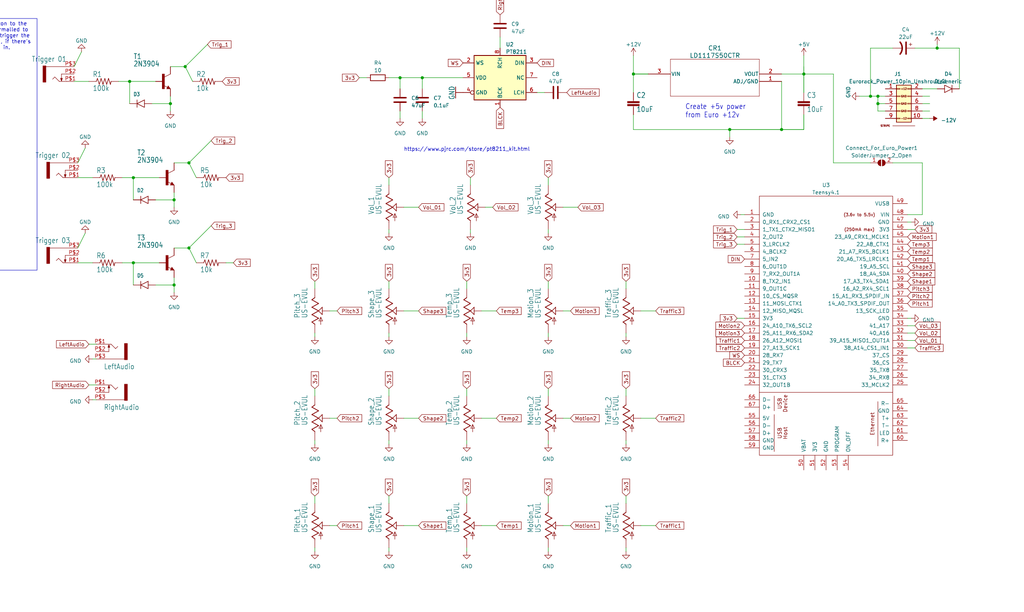
<source format=kicad_sch>
(kicad_sch (version 20230121) (generator eeschema)
  (paper "User" 351.104 210.007)
  (junction (at 59.69 68.58))
  (junction (at 58.42 35.56))
  (junction (at 64.77 85.09))
  (junction (at 275.59 25.4))
  (junction (at 59.69 97.79))
  (junction (at 300.99 33.02))
  (junction (at 250.19 44.45))
  (junction (at 321.31 16.51))
  (junction (at 44.45 27.94))
  (junction (at 64.77 55.88))
  (junction (at 267.97 44.45))
  (junction (at 45.72 60.96))
  (junction (at 298.45 33.02))
  (junction (at 137.16 26.67))
  (junction (at 217.17 25.4))
  (junction (at 63.5 22.86))
  (junction (at 45.72 90.17))
  (junction (at 300.99 35.56))
  (junction (at 144.78 26.67))
  (wire (pts (xy 107.95 189.23) (xy 107.95 187.96)) (stroke (width 0.1524)))
  (wire (pts (xy 63.5 22.86) (xy 66.04 27.94)) (stroke (width 0.1524)))
  (wire (pts (xy 144.78 26.67) (xy 137.16 26.67)))
  (wire (pts (xy 214.63 99.06) (xy 214.63 96.52)) (stroke (width 0.1524)))
  (wire (pts (xy 214.63 115.57) (xy 214.63 114.3)))
  (wire (pts (xy 275.59 25.4) (xy 267.97 25.4)))
  (wire (pts (xy 133.35 80.01) (xy 133.35 78.74)))
  (wire (pts (xy 328.93 16.51) (xy 321.31 16.51)) (stroke (width 0.1524)))
  (wire (pts (xy 252.73 81.28) (xy 255.27 81.28)))
  (wire (pts (xy 45.72 97.79) (xy 45.72 90.17)) (stroke (width 0.1524)))
  (wire (pts (xy 285.75 55.88) (xy 298.45 55.88)))
  (wire (pts (xy 187.96 114.3) (xy 187.96 115.57)) (stroke (width 0.1524)))
  (wire (pts (xy 300.99 33.02) (xy 303.53 33.02)) (stroke (width 0.1524)))
  (wire (pts (xy 275.59 25.4) (xy 275.59 22.86)))
  (wire (pts (xy 113.03 180.34) (xy 115.57 180.34)) (stroke (width 0.1524)))
  (wire (pts (xy 275.59 44.45) (xy 275.59 39.37)) (stroke (width 0.1524)))
  (wire (pts (xy 160.02 152.4) (xy 160.02 151.13)))
  (wire (pts (xy 58.42 35.56) (xy 52.07 35.56)) (stroke (width 0.1524)))
  (wire (pts (xy 59.69 68.58) (xy 59.69 71.12)) (stroke (width 0.1524)))
  (wire (pts (xy 133.35 172.72) (xy 133.35 170.18)) (stroke (width 0.1524)))
  (wire (pts (xy 160.02 96.52) (xy 160.02 99.06)) (stroke (width 0.1524)))
  (wire (pts (xy 321.31 16.51) (xy 313.69 16.51)) (stroke (width 0.1524)))
  (wire (pts (xy 275.59 31.75) (xy 275.59 25.4)))
  (wire (pts (xy 313.69 116.84) (xy 311.15 116.84)))
  (wire (pts (xy 161.29 78.74) (xy 161.29 80.01)) (stroke (width 0.1524)))
  (wire (pts (xy 30.48 132.08) (xy 33.02 132.08)))
  (wire (pts (xy 214.63 135.89) (xy 214.63 133.35)) (stroke (width 0.1524)))
  (wire (pts (xy 217.17 19.05) (xy 217.17 25.4)) (stroke (width 0.1524)))
  (wire (pts (xy 44.45 27.94) (xy 53.34 27.94)) (stroke (width 0.1524)))
  (wire (pts (xy 41.91 90.17) (xy 45.72 90.17)) (stroke (width 0.1524)))
  (wire (pts (xy 187.96 187.96) (xy 187.96 189.23)) (stroke (width 0.1524)))
  (wire (pts (xy 58.42 33.02) (xy 58.42 35.56)) (stroke (width 0.1524)))
  (wire (pts (xy 217.17 44.45) (xy 250.19 44.45)) (stroke (width 0.1524)))
  (wire (pts (xy 300.99 33.02) (xy 298.45 33.02)) (stroke (width 0.1524)))
  (wire (pts (xy 306.07 55.88) (xy 316.23 55.88)))
  (wire (pts (xy 31.75 137.16) (xy 33.02 137.16)))
  (wire (pts (xy 144.78 30.48) (xy 144.78 26.67)))
  (wire (pts (xy 45.72 68.58) (xy 45.72 60.96)) (stroke (width 0.1524)))
  (wire (pts (xy 222.25 25.4) (xy 217.17 25.4)))
  (wire (pts (xy 125.73 26.67) (xy 123.19 26.67)))
  (wire (pts (xy 193.04 180.34) (xy 195.58 180.34)) (stroke (width 0.1524)))
  (wire (pts (xy 133.35 114.3) (xy 133.35 115.57)) (stroke (width 0.1524)))
  (wire (pts (xy 160.02 133.35) (xy 160.02 135.89)) (stroke (width 0.1524)))
  (wire (pts (xy 250.19 44.45) (xy 250.19 46.99)) (stroke (width 0.1524)))
  (wire (pts (xy 138.43 143.51) (xy 143.51 143.51)) (stroke (width 0.1524)))
  (wire (pts (xy 80.01 90.17) (xy 77.47 90.17)))
  (wire (pts (xy 41.91 60.96) (xy 45.72 60.96)) (stroke (width 0.1524)))
  (wire (pts (xy 26.67 90.17) (xy 31.75 90.17)) (stroke (width 0.1524)))
  (wire (pts (xy 219.71 180.34) (xy 224.79 180.34)) (stroke (width 0.1524)))
  (wire (pts (xy 107.95 115.57) (xy 107.95 114.3)) (stroke (width 0.1524)))
  (wire (pts (xy 311.15 73.66) (xy 316.23 73.66)))
  (wire (pts (xy 252.73 109.22) (xy 255.27 109.22)))
  (wire (pts (xy 63.5 22.86) (xy 71.12 15.24)) (stroke (width 0.1524)))
  (wire (pts (xy 312.42 109.22) (xy 311.15 109.22)))
  (wire (pts (xy 26.67 60.96) (xy 31.75 60.96)) (stroke (width 0.1524)))
  (wire (pts (xy 187.96 80.01) (xy 187.96 78.74)))
  (wire (pts (xy 58.42 22.86) (xy 63.5 22.86)) (stroke (width 0.1524)))
  (wire (pts (xy 267.97 44.45) (xy 267.97 27.94)))
  (wire (pts (xy 184.15 31.75) (xy 186.69 31.75)))
  (wire (pts (xy 25.4 27.94) (xy 30.48 27.94)) (stroke (width 0.1524)))
  (wire (pts (xy 313.69 114.3) (xy 311.15 114.3)))
  (wire (pts (xy 275.59 19.05) (xy 275.59 25.4)) (stroke (width 0.1524)))
  (wire (pts (xy 59.69 68.58) (xy 53.34 68.58)) (stroke (width 0.1524)))
  (wire (pts (xy 250.19 44.45) (xy 267.97 44.45)) (stroke (width 0.1524)))
  (wire (pts (xy 58.42 35.56) (xy 58.42 38.1)) (stroke (width 0.1524)))
  (wire (pts (xy 107.95 96.52) (xy 107.95 99.06)) (stroke (width 0.1524)))
  (wire (pts (xy 113.03 143.51) (xy 115.57 143.51)) (stroke (width 0.1524)))
  (wire (pts (xy 214.63 189.23) (xy 214.63 187.96)))
  (wire (pts (xy 214.63 152.4) (xy 214.63 151.13)))
  (wire (pts (xy 30.48 118.11) (xy 33.02 118.11)))
  (wire (pts (xy 133.35 135.89) (xy 133.35 133.35)) (stroke (width 0.1524)))
  (wire (pts (xy 29.21 80.01) (xy 26.67 85.09)) (stroke (width 0.1524)))
  (wire (pts (xy 137.16 30.48) (xy 137.16 26.67)))
  (wire (pts (xy 187.96 133.35) (xy 187.96 135.89)) (stroke (width 0.1524)))
  (wire (pts (xy 219.71 106.68) (xy 224.79 106.68)) (stroke (width 0.1524)))
  (wire (pts (xy 285.75 25.4) (xy 285.75 55.88)))
  (wire (pts (xy 219.71 143.51) (xy 224.79 143.51)) (stroke (width 0.1524)))
  (wire (pts (xy 133.35 187.96) (xy 133.35 189.23)) (stroke (width 0.1524)))
  (wire (pts (xy 44.45 35.56) (xy 44.45 27.94)) (stroke (width 0.1524)))
  (wire (pts (xy 165.1 180.34) (xy 170.18 180.34)) (stroke (width 0.1524)))
  (wire (pts (xy 316.23 73.66) (xy 316.23 55.88)))
  (wire (pts (xy 275.59 25.4) (xy 285.75 25.4)))
  (wire (pts (xy 316.23 35.56) (xy 318.77 35.56)) (stroke (width 0.1524)))
  (wire (pts (xy 59.69 97.79) (xy 53.34 97.79)) (stroke (width 0.1524)))
  (wire (pts (xy 144.78 40.64) (xy 144.78 38.1)))
  (wire (pts (xy 31.75 123.19) (xy 33.02 123.19)))
  (wire (pts (xy 300.99 35.56) (xy 300.99 38.1)) (stroke (width 0.1524)))
  (wire (pts (xy 252.73 78.74) (xy 255.27 78.74)))
  (wire (pts (xy 254 73.66) (xy 255.27 73.66)))
  (wire (pts (xy 187.96 151.13) (xy 187.96 152.4)) (stroke (width 0.1524)))
  (wire (pts (xy 316.23 33.02) (xy 318.77 33.02)) (stroke (width 0.1524)))
  (wire (pts (xy 137.16 40.64) (xy 137.16 38.1)))
  (wire (pts (xy 275.59 44.45) (xy 275.59 39.37)))
  (wire (pts (xy 267.97 44.45) (xy 275.59 44.45)))
  (wire (pts (xy 113.03 106.68) (xy 115.57 106.68)) (stroke (width 0.1524)))
  (wire (pts (xy 27.94 17.78) (xy 25.4 22.86)) (stroke (width 0.1524)))
  (wire (pts (xy 64.77 85.09) (xy 72.39 77.47)) (stroke (width 0.1524)))
  (wire (pts (xy 222.25 25.4) (xy 217.17 25.4)) (stroke (width 0.1524)))
  (wire (pts (xy 312.42 76.2) (xy 311.15 76.2)))
  (wire (pts (xy 64.77 55.88) (xy 67.31 60.96)) (stroke (width 0.1524)))
  (wire (pts (xy 306.07 16.51) (xy 298.45 16.51)) (stroke (width 0.1524)))
  (wire (pts (xy 187.96 63.5) (xy 187.96 60.96)) (stroke (width 0.1524)))
  (wire (pts (xy 316.23 30.48) (xy 321.31 30.48)) (stroke (width 0.1524)))
  (wire (pts (xy 138.43 106.68) (xy 143.51 106.68)) (stroke (width 0.1524)))
  (wire (pts (xy 107.95 152.4) (xy 107.95 151.13)) (stroke (width 0.1524)))
  (wire (pts (xy 193.04 71.12) (xy 198.12 71.12)) (stroke (width 0.1524)))
  (wire (pts (xy 158.75 26.67) (xy 144.78 26.67)))
  (wire (pts (xy 328.93 30.48) (xy 328.93 16.51)) (stroke (width 0.1524)))
  (wire (pts (xy 300.99 38.1) (xy 303.53 38.1)) (stroke (width 0.1524)))
  (wire (pts (xy 300.99 35.56) (xy 300.99 33.02)) (stroke (width 0.1524)))
  (wire (pts (xy 321.31 15.24) (xy 321.31 16.51)))
  (wire (pts (xy 316.23 38.1) (xy 318.77 38.1)) (stroke (width 0.1524)))
  (wire (pts (xy 313.69 111.76) (xy 311.15 111.76)))
  (wire (pts (xy 187.96 170.18) (xy 187.96 172.72)) (stroke (width 0.1524)))
  (wire (pts (xy 267.97 44.45) (xy 275.59 44.45)) (stroke (width 0.1524)))
  (wire (pts (xy 161.29 60.96) (xy 161.29 63.5)) (stroke (width 0.1524)))
  (wire (pts (xy 45.72 60.96) (xy 54.61 60.96)) (stroke (width 0.1524)))
  (wire (pts (xy 193.04 106.68) (xy 195.58 106.68)) (stroke (width 0.1524)))
  (wire (pts (xy 252.73 83.82) (xy 255.27 83.82)))
  (wire (pts (xy 64.77 85.09) (xy 67.31 90.17)) (stroke (width 0.1524)))
  (wire (pts (xy 40.64 27.94) (xy 44.45 27.94)) (stroke (width 0.1524)))
  (wire (pts (xy 160.02 170.18) (xy 160.02 172.72)) (stroke (width 0.1524)))
  (wire (pts (xy 59.69 66.04) (xy 59.69 68.58)) (stroke (width 0.1524)))
  (wire (pts (xy 214.63 172.72) (xy 214.63 170.18)) (stroke (width 0.1524)))
  (wire (pts (xy 133.35 151.13) (xy 133.35 152.4)) (stroke (width 0.1524)))
  (wire (pts (xy 160.02 189.23) (xy 160.02 187.96)))
  (wire (pts (xy 300.99 35.56) (xy 303.53 35.56)) (stroke (width 0.1524)))
  (wire (pts (xy 298.45 33.02) (xy 294.64 33.02)) (stroke (width 0.1524)))
  (wire (pts (xy 165.1 143.51) (xy 170.18 143.51)) (stroke (width 0.1524)))
  (wire (pts (xy 133.35 60.96) (xy 133.35 63.5)) (stroke (width 0.1524)))
  (wire (pts (xy 59.69 85.09) (xy 64.77 85.09)) (stroke (width 0.1524)))
  (wire (pts (xy 187.96 96.52) (xy 187.96 99.06)) (stroke (width 0.1524)))
  (wire (pts (xy 138.43 180.34) (xy 143.51 180.34)) (stroke (width 0.1524)))
  (wire (pts (xy 217.17 25.4) (xy 217.17 31.75)) (stroke (width 0.1524)))
  (wire (pts (xy 217.17 39.37) (xy 217.17 44.45)) (stroke (width 0.1524)))
  (wire (pts (xy 160.02 115.57) (xy 160.02 114.3)))
  (wire (pts (xy 313.69 78.74) (xy 311.15 78.74)))
  (wire (pts (xy 59.69 97.79) (xy 59.69 100.33)) (stroke (width 0.1524)))
  (wire (pts (xy 250.19 44.45) (xy 267.97 44.45)))
  (wire (pts (xy 107.95 170.18) (xy 107.95 172.72)) (stroke (width 0.1524)))
  (wire (pts (xy 318.77 40.64) (xy 316.23 40.64)) (stroke (width 0.1524)))
  (wire (pts (xy 165.1 106.68) (xy 170.18 106.68)) (stroke (width 0.1524)))
  (wire (pts (xy 138.43 71.12) (xy 143.51 71.12)) (stroke (width 0.1524)))
  (wire (pts (xy 59.69 95.25) (xy 59.69 97.79)) (stroke (width 0.1524)))
  (wire (pts (xy 59.69 55.88) (xy 64.77 55.88)) (stroke (width 0.1524)))
  (wire (pts (xy 45.72 90.17) (xy 54.61 90.17)) (stroke (width 0.1524)))
  (wire (pts (xy 313.69 119.38) (xy 311.15 119.38)))
  (wire (pts (xy 137.16 26.67) (xy 133.35 26.67)))
  (wire (pts (xy 171.45 12.7) (xy 171.45 16.51)))
  (wire (pts (xy 193.04 143.51) (xy 195.58 143.51)) (stroke (width 0.1524)))
  (wire (pts (xy 29.21 50.8) (xy 26.67 55.88)) (stroke (width 0.1524)))
  (wire (pts (xy 275.59 25.4) (xy 275.59 31.75)) (stroke (width 0.1524)))
  (wire (pts (xy 107.95 133.35) (xy 107.95 135.89)) (stroke (width 0.1524)))
  (wire (pts (xy 133.35 99.06) (xy 133.35 96.52)) (stroke (width 0.1524)))
  (wire (pts (xy 64.77 55.88) (xy 72.39 48.26)) (stroke (width 0.1524)))
  (wire (pts (xy 298.45 16.51) (xy 298.45 33.02)) (stroke (width 0.1524)))
  (wire (pts (xy 166.37 71.12) (xy 168.91 71.12)) (stroke (width 0.1524)))
  (text_box "Try adding a button to the trigger inputs normalled to 3v3, so you can trigger the voice by pressing, if there's no cable patched in." (at -17.78 6.35 0) (size 30.48 86.36) (effects (font (size 1.27 1.27)) (justify left top)))
  (text "Create +5v power\nfrom Euro +12v" (at 234.95 40.64 0) (effects (font (size 1.778 1.5113)) (justify left bottom)))
  (text "https://www.pjrc.com/store/pt8211_kit.html" (at 138.43 52.07 0) (effects (font (size 1.27 1.27)) (justify left bottom)))
  (global_label "Pitch3" (shape input) (at 311.15 99.06 0) (property "Intersheetrefs" "${INTERSHEET_REFS}" (effects hide)))
  (global_label "Trig_2" (shape input) (at 252.73 81.28 180) (property "Intersheetrefs" "${INTERSHEET_REFS}" (effects hide)))
  (global_label "3v3" (shape input) (at 187.96 170.18 90) (property "Intersheetrefs" "${INTERSHEET_REFS}" (effects hide)))
  (global_label "3v3" (shape input) (at 160.02 170.18 90) (property "Intersheetrefs" "${INTERSHEET_REFS}" (effects hide)))
  (global_label "Trig_3" (shape input) (at 252.73 83.82 180) (property "Intersheetrefs" "${INTERSHEET_REFS}" (effects hide)))
  (global_label "Vol_01" (shape input) (at 313.69 116.84 0) (property "Intersheetrefs" "${INTERSHEET_REFS}" (effects hide)))
  (global_label "3v3" (shape input) (at 107.95 133.35 90) (property "Intersheetrefs" "${INTERSHEET_REFS}" (effects hide)))
  (global_label "Temp3" (shape input) (at 170.18 106.68 0) (property "Intersheetrefs" "${INTERSHEET_REFS}" (effects hide)))
  (global_label "Shape3" (shape input) (at 143.51 106.68 0) (property "Intersheetrefs" "${INTERSHEET_REFS}" (effects hide)))
  (global_label "Motion1" (shape input) (at 195.58 180.34 0) (property "Intersheetrefs" "${INTERSHEET_REFS}" (effects hide)))
  (global_label "Traffic1" (shape input) (at 255.27 116.84 180) (property "Intersheetrefs" "${INTERSHEET_REFS}" (effects hide)))
  (global_label "3v3" (shape input) (at 133.35 96.52 90) (property "Intersheetrefs" "${INTERSHEET_REFS}" (effects hide)))
  (global_label "3v3" (shape input) (at 80.01 90.17 0) (property "Intersheetrefs" "${INTERSHEET_REFS}" (effects hide)))
  (global_label "3v3" (shape input) (at 76.2 27.94 0) (property "Intersheetrefs" "${INTERSHEET_REFS}" (effects hide)))
  (global_label "Motion3" (shape input) (at 255.27 114.3 180) (property "Intersheetrefs" "${INTERSHEET_REFS}" (effects hide)))
  (global_label "Vol_03" (shape input) (at 198.12 71.12 0) (property "Intersheetrefs" "${INTERSHEET_REFS}" (effects hide)))
  (global_label "Trig_3" (shape input) (at 72.39 77.47 0) (property "Intersheetrefs" "${INTERSHEET_REFS}" (effects hide)))
  (global_label "Traffic3" (shape input) (at 313.69 119.38 0) (property "Intersheetrefs" "${INTERSHEET_REFS}" (effects hide)))
  (global_label "3v3" (shape input) (at 214.63 170.18 90) (property "Intersheetrefs" "${INTERSHEET_REFS}" (effects hide)))
  (global_label "Vol_01" (shape input) (at 143.51 71.12 0) (property "Intersheetrefs" "${INTERSHEET_REFS}" (effects hide)))
  (global_label "Vol_03" (shape input) (at 313.69 111.76 0) (property "Intersheetrefs" "${INTERSHEET_REFS}" (effects hide)))
  (global_label "Traffic1" (shape input) (at 224.79 180.34 0) (property "Intersheetrefs" "${INTERSHEET_REFS}" (effects hide)))
  (global_label "Pitch2" (shape input) (at 311.15 101.6 0) (property "Intersheetrefs" "${INTERSHEET_REFS}" (effects hide)))
  (global_label "3v3" (shape input) (at 187.96 60.96 90) (property "Intersheetrefs" "${INTERSHEET_REFS}" (effects hide)))
  (global_label "Shape1" (shape input) (at 143.51 180.34 0) (property "Intersheetrefs" "${INTERSHEET_REFS}" (effects hide)))
  (global_label "Motion1" (shape input) (at 311.15 81.28 0) (property "Intersheetrefs" "${INTERSHEET_REFS}" (effects hide)))
  (global_label "Traffic2" (shape input) (at 255.27 119.38 180) (property "Intersheetrefs" "${INTERSHEET_REFS}" (effects hide)))
  (global_label "Temp2" (shape input) (at 311.15 86.36 0) (property "Intersheetrefs" "${INTERSHEET_REFS}" (effects hide)))
  (global_label "Trig_1" (shape input) (at 71.12 15.24 0) (property "Intersheetrefs" "${INTERSHEET_REFS}" (effects hide)))
  (global_label "Shape2" (shape input) (at 311.15 93.98 0) (property "Intersheetrefs" "${INTERSHEET_REFS}" (effects hide)))
  (global_label "LeftAudio" (shape input) (at 30.48 118.11 180) (property "Intersheetrefs" "${INTERSHEET_REFS}" (effects hide)))
  (global_label "Vol_02" (shape input) (at 168.91 71.12 0) (property "Intersheetrefs" "${INTERSHEET_REFS}" (effects hide)))
  (global_label "Pitch1" (shape input) (at 311.15 104.14 0) (property "Intersheetrefs" "${INTERSHEET_REFS}" (effects hide)))
  (global_label "3v3" (shape input) (at 161.29 60.96 90) (property "Intersheetrefs" "${INTERSHEET_REFS}" (effects hide)))
  (global_label "Motion2" (shape input) (at 255.27 111.76 180) (property "Intersheetrefs" "${INTERSHEET_REFS}" (effects hide)))
  (global_label "Pitch2" (shape input) (at 115.57 143.51 0) (property "Intersheetrefs" "${INTERSHEET_REFS}" (effects hide)))
  (global_label "3v3" (shape input) (at 107.95 170.18 90) (property "Intersheetrefs" "${INTERSHEET_REFS}" (effects hide)))
  (global_label "3v3" (shape input) (at 214.63 96.52 90) (property "Intersheetrefs" "${INTERSHEET_REFS}" (effects hide)))
  (global_label "RightAudio" (shape input) (at 30.48 132.08 180) (property "Intersheetrefs" "${INTERSHEET_REFS}" (effects hide)))
  (global_label "BLCK" (shape input) (at 255.27 124.46 180) (property "Intersheetrefs" "${INTERSHEET_REFS}" (effects hide)))
  (global_label "DIN" (shape input) (at 255.27 88.9 180) (property "Intersheetrefs" "${INTERSHEET_REFS}" (effects hide)))
  (global_label "Temp1" (shape input) (at 170.18 180.34 0) (property "Intersheetrefs" "${INTERSHEET_REFS}" (effects hide)))
  (global_label "3v3" (shape input) (at 123.19 26.67 180) (property "Intersheetrefs" "${INTERSHEET_REFS}" (effects hide)))
  (global_label "Trig_2" (shape input) (at 72.39 48.26 0) (property "Intersheetrefs" "${INTERSHEET_REFS}" (effects hide)))
  (global_label "3v3" (shape input) (at 133.35 133.35 90) (property "Intersheetrefs" "${INTERSHEET_REFS}" (effects hide)))
  (global_label "Trig_1" (shape input) (at 252.73 78.74 180) (property "Intersheetrefs" "${INTERSHEET_REFS}" (effects hide)))
  (global_label "WS" (shape input) (at 255.27 121.92 180) (property "Intersheetrefs" "${INTERSHEET_REFS}" (effects hide)))
  (global_label "Traffic3" (shape input) (at 224.79 106.68 0) (property "Intersheetrefs" "${INTERSHEET_REFS}" (effects hide)))
  (global_label "3v3" (shape input) (at 77.47 60.96 0) (property "Intersheetrefs" "${INTERSHEET_REFS}" (effects hide)))
  (global_label "3v3" (shape input) (at 252.73 109.22 180) (property "Intersheetrefs" "${INTERSHEET_REFS}" (effects hide)))
  (global_label "Shape2" (shape input) (at 143.51 143.51 0) (property "Intersheetrefs" "${INTERSHEET_REFS}" (effects hide)))
  (global_label "BLCK" (shape input) (at 171.45 36.83 270) (property "Intersheetrefs" "${INTERSHEET_REFS}" (effects hide)))
  (global_label "3v3" (shape input) (at 214.63 133.35 90) (property "Intersheetrefs" "${INTERSHEET_REFS}" (effects hide)))
  (global_label "3v3" (shape input) (at 160.02 133.35 90) (property "Intersheetrefs" "${INTERSHEET_REFS}" (effects hide)))
  (global_label "Pitch1" (shape input) (at 115.57 180.34 0) (property "Intersheetrefs" "${INTERSHEET_REFS}" (effects hide)))
  (global_label "Shape1" (shape input) (at 311.15 96.52 0) (property "Intersheetrefs" "${INTERSHEET_REFS}" (effects hide)))
  (global_label "Motion2" (shape input) (at 195.58 143.51 0) (property "Intersheetrefs" "${INTERSHEET_REFS}" (effects hide)))
  (global_label "Traffic2" (shape input) (at 224.79 143.51 0) (property "Intersheetrefs" "${INTERSHEET_REFS}" (effects hide)))
  (global_label "3v3" (shape input) (at 187.96 96.52 90) (property "Intersheetrefs" "${INTERSHEET_REFS}" (effects hide)))
  (global_label "Motion3" (shape input) (at 195.58 106.68 0) (property "Intersheetrefs" "${INTERSHEET_REFS}" (effects hide)))
  (global_label "Shape3" (shape input) (at 311.15 91.44 0) (property "Intersheetrefs" "${INTERSHEET_REFS}" (effects hide)))
  (global_label "3v3" (shape input) (at 133.35 60.96 90) (property "Intersheetrefs" "${INTERSHEET_REFS}" (effects hide)))
  (global_label "WS" (shape input) (at 158.75 21.59 180) (property "Intersheetrefs" "${INTERSHEET_REFS}" (effects hide)))
  (global_label "3v3" (shape input) (at 107.95 96.52 90) (property "Intersheetrefs" "${INTERSHEET_REFS}" (effects hide)))
  (global_label "RightAudio" (shape input) (at 171.45 5.08 90) (property "Intersheetrefs" "${INTERSHEET_REFS}" (effects hide)))
  (global_label "3v3" (shape input) (at 313.69 78.74 0) (property "Intersheetrefs" "${INTERSHEET_REFS}" (effects hide)))
  (global_label "Temp3" (shape input) (at 311.15 83.82 0) (property "Intersheetrefs" "${INTERSHEET_REFS}" (effects hide)))
  (global_label "Temp1" (shape input) (at 311.15 88.9 0) (property "Intersheetrefs" "${INTERSHEET_REFS}" (effects hide)))
  (global_label "3v3" (shape input) (at 133.35 170.18 90) (property "Intersheetrefs" "${INTERSHEET_REFS}" (effects hide)))
  (global_label "LeftAudio" (shape input) (at 194.31 31.75 0) (property "Intersheetrefs" "${INTERSHEET_REFS}" (effects hide)))
  (global_label "Vol_02" (shape input) (at 313.69 114.3 0) (property "Intersheetrefs" "${INTERSHEET_REFS}" (effects hide)))
  (global_label "3v3" (shape input) (at 187.96 133.35 90) (property "Intersheetrefs" "${INTERSHEET_REFS}" (effects hide)))
  (global_label "3v3" (shape input) (at 160.02 96.52 90) (property "Intersheetrefs" "${INTERSHEET_REFS}" (effects hide)))
  (global_label "Pitch3" (shape input) (at 115.57 106.68 0) (property "Intersheetrefs" "${INTERSHEET_REFS}" (effects hide)))
  (global_label "DIN" (shape input) (at 184.15 21.59 0) (property "Intersheetrefs" "${INTERSHEET_REFS}" (effects hide)))
  (global_label "Temp2" (shape input) (at 170.18 143.51 0) (property "Intersheetrefs" "${INTERSHEET_REFS}" (effects hide)))
  (symbol (lib_id "A2 Drums-eagle-import:US-EVUL") (at 187.96 143.51 0) (unit 1)
    (property "Reference" "Motion_2" (at 182.88 146.05 90) (effects (font (size 1.778 1.5113)) (justify left bottom)))
    (property "Value" "US-EVUL" (at 185.42 146.05 90) (effects (font (size 1.778 1.5113)) (justify left bottom)))
    (property "Footprint" "A2 Drums:EVUFXL" (effects hide))
  )
  (symbol (lib_id "A2 Drums-eagle-import:US-EVUL") (at 214.63 143.51 0) (unit 1)
    (property "Reference" "Traffic_2" (at 209.55 146.05 90) (effects (font (size 1.778 1.5113)) (justify left bottom)))
    (property "Value" "US-EVUL" (at 212.09 146.05 90) (effects (font (size 1.778 1.5113)) (justify left bottom)))
    (property "Footprint" "A2 Drums:EVUFXL" (effects hide))
  )
  (symbol (lib_id "Device:C") (at 190.5 31.75 90) (unit 1)
    (property "Reference" "C8" (at 190.5 25.4 90))
    (property "Value" "47uF" (at 190.5 27.94 90))
    (property "Footprint" "Capacitor_THT:C_Axial_L5.1mm_D3.1mm_P7.50mm_Horizontal" (effects hide))
  )
  (symbol (lib_id "power:GND") (at 133.35 115.57 0) (unit 1)
    (property "Reference" "#PWR024" (effects hide))
    (property "Value" "GND" (at 133.35 120.65 0))
  )
  (symbol (lib_id "A2 Drums-eagle-import:US-EVUL") (at 133.35 106.68 0) (unit 1)
    (property "Reference" "Shape_3" (at 128.27 109.22 90) (effects (font (size 1.778 1.5113)) (justify left bottom)))
    (property "Value" "US-EVUL" (at 130.81 109.22 90) (effects (font (size 1.778 1.5113)) (justify left bottom)))
    (property "Footprint" "A2 Drums:EVUFXL" (effects hide))
  )
  (symbol (lib_id "A2 Drums-eagle-import:R-US_R0805") (at 72.39 60.96 0) (unit 1)
    (property "Reference" "R5" (at 68.58 59.4614 0) (effects (font (size 1.778 1.5113)) (justify left bottom)))
    (property "Value" "10k" (at 68.58 64.262 0) (effects (font (size 1.778 1.5113)) (justify left bottom)))
    (property "Footprint" "PCM_4ms_Resistor:R_Axial_DIN0207_L6.3mm_D2.5mm_P7.62mm_Horizontal" (effects hide))
  )
  (symbol (lib_id "power:GND") (at 107.95 189.23 0) (unit 1)
    (property "Reference" "#PWR035" (effects hide))
    (property "Value" "GND" (at 107.95 194.31 0))
  )
  (symbol (lib_id "A2 Drums-eagle-import:US-EVUL") (at 214.63 106.68 0) (unit 1)
    (property "Reference" "Traffic_3" (at 209.55 109.22 90) (effects (font (size 1.778 1.5113)) (justify left bottom)))
    (property "Value" "US-EVUL" (at 212.09 109.22 90) (effects (font (size 1.778 1.5113)) (justify left bottom)))
    (property "Footprint" "A2 Drums:EVUFXL" (effects hide))
  )
  (symbol (lib_id "power:GND") (at 133.35 189.23 0) (unit 1)
    (property "Reference" "#PWR034" (effects hide))
    (property "Value" "GND" (at 133.35 194.31 0))
  )
  (symbol (lib_id "Jumper:SolderJumper_2_Open") (at 302.26 55.88 0) (unit 1)
    (property "Reference" "Connect_For_Euro_Power1" (at 302.26 50.8 0))
    (property "Value" "SolderJumper_2_Open" (at 302.26 53.34 0))
    (property "Footprint" "PCM_4ms_SolderJumper:JUMPER_SMD_1x2" (effects hide))
  )
  (symbol (lib_id "power:+12V") (at 321.31 15.24 0) (unit 1)
    (property "Reference" "#PWR03" (effects hide))
    (property "Value" "+12V" (at 321.31 11.43 0))
  )
  (symbol (lib_id "Device:C_Polarized_US") (at 309.88 16.51 270) (unit 1)
    (property "Reference" "C4" (at 310.515 10.16 90))
    (property "Value" "22uF" (at 310.515 12.7 90))
    (property "Footprint" "Capacitor_THT:CP_Radial_D5.0mm_P2.50mm" (effects hide))
  )
  (symbol (lib_id "Simple Euclidean PCB v4-eagle-import:C5/2.5") (at 275.59 34.29 0) (unit 1)
    (property "Reference" "C3" (at 276.606 33.655 0) (effects (font (size 1.778 1.5113)) (justify left bottom)))
    (property "Value" "10uF" (at 276.606 38.481 0) (effects (font (size 1.778 1.5113)) (justify left bottom)))
    (property "Footprint" "Capacitor_THT:C_Disc_D4.3mm_W1.9mm_P5.00mm" (effects hide))
  )
  (symbol (lib_id "power:+12V") (at 217.17 19.05 0) (unit 1)
    (property "Reference" "#PWR04" (effects hide))
    (property "Value" "+12V" (at 217.17 15.24 0))
  )
  (symbol (lib_id "power:GND") (at 107.95 152.4 0) (unit 1)
    (property "Reference" "#PWR026" (effects hide))
    (property "Value" "GND" (at 107.95 157.48 0))
  )
  (symbol (lib_id "Simple Euclidean PCB v4-eagle-import:C5/2.5") (at 217.17 34.29 0) (unit 1)
    (property "Reference" "C2" (at 218.186 33.655 0) (effects (font (size 1.778 1.5113)) (justify left bottom)))
    (property "Value" "10uF" (at 218.186 38.481 0) (effects (font (size 1.778 1.5113)) (justify left bottom)))
    (property "Footprint" "Capacitor_THT:C_Disc_D4.3mm_W1.9mm_P5.00mm" (effects hide))
  )
  (symbol (lib_id "A2 Drums-eagle-import:R-US_R0805") (at 35.56 27.94 0) (unit 1)
    (property "Reference" "R1" (at 31.75 26.4414 0) (effects (font (size 1.778 1.5113)) (justify left bottom)))
    (property "Value" "100k" (at 31.75 31.242 0) (effects (font (size 1.778 1.5113)) (justify left bottom)))
    (property "Footprint" "PCM_4ms_Resistor:R_Axial_DIN0207_L6.3mm_D2.5mm_P7.62mm_Horizontal" (effects hide))
  )
  (symbol (lib_id "A2 Drums-eagle-import:WQP-PJ301M-12_JACK") (at 21.59 87.63 180) (unit 1)
    (property "Reference" "TRIG3" (effects hide))
    (property "Value" "Trigger 03" (at 24.13 81.534 0) (effects (font (size 1.778 1.5113)) (justify left bottom)))
    (property "Footprint" "A2 Drums:WQP-PJ301M-12_JACK" (effects hide))
  )
  (symbol (lib_id "power:GND") (at 137.16 40.64 0) (unit 1)
    (property "Reference" "#PWR012" (effects hide))
    (property "Value" "GND" (at 137.16 45.72 0))
  )
  (symbol (lib_id "A2 Drums-eagle-import:US-EVUL") (at 133.35 143.51 0) (unit 1)
    (property "Reference" "Shape_2" (at 128.27 146.05 90) (effects (font (size 1.778 1.5113)) (justify left bottom)))
    (property "Value" "US-EVUL" (at 130.81 146.05 90) (effects (font (size 1.778 1.5113)) (justify left bottom)))
    (property "Footprint" "A2 Drums:EVUFXL" (effects hide))
  )
  (symbol (lib_id "Device:C") (at 144.78 34.29 0) (unit 1)
    (property "Reference" "C7" (at 148.59 33.655 0) (effects (justify left)))
    (property "Value" "0.1uF" (at 148.59 36.195 0) (effects (justify left)))
    (property "Footprint" "Capacitor_THT:C_Axial_L5.1mm_D3.1mm_P7.50mm_Horizontal" (effects hide))
  )
  (symbol (lib_id "Device:C") (at 171.45 8.89 180) (unit 1)
    (property "Reference" "C9" (at 175.26 8.255 0) (effects (justify right)))
    (property "Value" "47uF" (at 175.26 10.795 0) (effects (justify right)))
    (property "Footprint" "Capacitor_THT:C_Axial_L5.1mm_D3.1mm_P7.50mm_Horizontal" (effects hide))
  )
  (symbol (lib_id "power:GND") (at 59.69 71.12 0) (unit 1)
    (property "Reference" "#PWR014" (effects hide))
    (property "Value" "GND" (at 59.69 76.2 0))
  )
  (symbol (lib_id "power:GND") (at 107.95 115.57 0) (unit 1)
    (property "Reference" "#PWR025" (effects hide))
    (property "Value" "GND" (at 107.95 120.65 0))
  )
  (symbol (lib_id "PCM_4ms_Diode:D_Generic") (at 49.53 97.79 0) (unit 1)
    (property "Reference" "D5" (at 46.99 95.25 0) (effects (font (size 1.27 1.0795)) (justify left bottom)))
    (property "Value" "DIODESOD-123" (effects hide))
    (property "Footprint" "PCM_4ms_Diode:D_DO-35_P7.62mm_Horizontal" (effects hide))
  )
  (symbol (lib_id "PCM_4ms_Diode:D_Generic") (at 49.53 68.58 0) (unit 1)
    (property "Reference" "D2" (at 46.99 66.04 0) (effects (font (size 1.27 1.0795)) (justify left bottom)))
    (property "Value" "DIODESOD-123" (effects hide))
    (property "Footprint" "PCM_4ms_Diode:D_DO-35_P7.62mm_Horizontal" (effects hide))
  )
  (symbol (lib_id "power:+5V") (at 275.59 19.05 0) (unit 1)
    (property "Reference" "#PWR01" (effects hide))
    (property "Value" "+5V" (at 275.59 15.24 0))
  )
  (symbol (lib_id "Device:C") (at 137.16 34.29 0) (unit 1)
    (property "Reference" "C6" (at 140.97 33.655 0) (effects (justify left)))
    (property "Value" "47uF" (at 140.97 36.195 0) (effects (justify left)))
    (property "Footprint" "Capacitor_THT:C_Axial_L5.1mm_D3.1mm_P7.50mm_Horizontal" (effects hide))
  )
  (symbol (lib_id "power:GND") (at 29.21 80.01 180) (unit 1)
    (property "Reference" "#PWR037" (effects hide))
    (property "Value" "GND" (at 29.21 76.2 0))
  )
  (symbol (lib_id "power:GND") (at 214.63 189.23 0) (unit 1)
    (property "Reference" "#PWR031" (effects hide))
    (property "Value" "GND" (at 214.63 194.31 0))
  )
  (symbol (lib_id "power:GND") (at 312.42 109.22 90) (unit 1)
    (property "Reference" "#PWR010" (effects hide))
    (property "Value" "GND" (at 316.23 109.855 90) (effects (justify right)))
  )
  (symbol (lib_id "A2 Drums-eagle-import:GND") (at 156.21 31.75 270) (unit 1)
    (property "Reference" "#GND05" (effects hide))
    (property "Value" "GND" (at 154.94 34.29 0) (effects (font (size 1.778 1.5113)) (justify right)))
  )
  (symbol (lib_id "A2 Drums-eagle-import:US-EVUL") (at 214.63 180.34 0) (unit 1)
    (property "Reference" "Traffic_1" (at 209.55 182.88 90) (effects (font (size 1.778 1.5113)) (justify left bottom)))
    (property "Value" "US-EVUL" (at 212.09 182.88 90) (effects (font (size 1.778 1.5113)) (justify left bottom)))
    (property "Footprint" "A2 Drums:EVUFXL" (effects hide))
  )
  (symbol (lib_id "power:GND") (at 31.75 137.16 270) (unit 1)
    (property "Reference" "#PWR017" (effects hide))
    (property "Value" "GND" (at 27.94 137.795 90) (effects (justify right)))
  )
  (symbol (lib_id "power:GND") (at 187.96 80.01 0) (unit 1)
    (property "Reference" "#PWR020" (effects hide))
    (property "Value" "GND" (at 187.96 85.09 0))
  )
  (symbol (lib_id "power:GND") (at 31.75 123.19 270) (unit 1)
    (property "Reference" "#PWR016" (effects hide))
    (property "Value" "GND" (at 27.94 123.825 90) (effects (justify right)))
  )
  (symbol (lib_id "PCM_4ms_Connector:Eurorack_Power_10pin_Unshrouded") (at 309.88 31.75 0) (unit 1)
    (property "Reference" "J1" (at 307.7832 25.4 0))
    (property "Value" "Eurorack_Power_10pin_Unshrouded" (at 307.7832 27.94 0))
    (property "Footprint" "PCM_4ms_Connector:Pins_2x05_2.54mm_TH_Europower" (effects hide))
    (property "Specifications" "HEADER 2x5 MALE PINS 0.100” 180deg" (effects hide))
    (property "Manufacturer" "TAD" (effects hide))
    (property "Part Number" "1-1002FBV0T" (effects hide))
  )
  (symbol (lib_id "A2 Drums-eagle-import:WQP-PJ301M-12_JACK") (at 21.59 58.42 180) (unit 1)
    (property "Reference" "TRIG2" (effects hide))
    (property "Value" "Trigger 02" (at 24.13 52.324 0) (effects (font (size 1.778 1.5113)) (justify left bottom)))
    (property "Footprint" "A2 Drums:WQP-PJ301M-12_JACK" (effects hide))
  )
  (symbol (lib_id "PCM_4ms_Diode:D_Generic") (at 48.26 35.56 0) (unit 1)
    (property "Reference" "D3" (at 45.72 33.02 0) (effects (font (size 1.27 1.0795)) (justify left bottom)))
    (property "Value" "DIODESOD-123" (effects hide))
    (property "Footprint" "PCM_4ms_Diode:D_DO-35_P7.62mm_Horizontal" (effects hide))
  )
  (symbol (lib_id "Timer:TLC555xPS") (at 171.45 26.67 0) (unit 1)
    (property "Reference" "U2" (at 173.4059 15.24 0) (effects (justify left)))
    (property "Value" "PT8211" (at 173.4059 17.78 0) (effects (justify left)))
    (property "Footprint" "Package_SO:VSSOP-8_3.0x3.0mm_P0.65mm" (effects hide))
    (property "Datasheet" "http://www.ti.com/lit/ds/symlink/tlc555.pdf" (effects hide))
  )
  (symbol (lib_id "A2 Drums-eagle-import:US-EVUL") (at 133.35 180.34 0) (unit 1)
    (property "Reference" "Shape_1" (at 128.27 182.88 90) (effects (font (size 1.778 1.5113)) (justify left bottom)))
    (property "Value" "US-EVUL" (at 130.81 182.88 90) (effects (font (size 1.778 1.5113)) (justify left bottom)))
    (property "Footprint" "A2 Drums:EVUFXL" (effects hide))
  )
  (symbol (lib_id "A2 Drums-eagle-import:US-EVUL") (at 160.02 106.68 0) (unit 1)
    (property "Reference" "Temp_3" (at 154.94 109.22 90) (effects (font (size 1.778 1.5113)) (justify left bottom)))
    (property "Value" "US-EVUL" (at 157.48 109.22 90) (effects (font (size 1.778 1.5113)) (justify left bottom)))
    (property "Footprint" "A2 Drums:EVUFXL" (effects hide))
  )
  (symbol (lib_id "power:GND") (at 254 73.66 270) (unit 1)
    (property "Reference" "#PWR08" (effects hide))
    (property "Value" "GND" (at 250.19 74.295 90) (effects (justify right)))
  )
  (symbol (lib_id "A2 Drums-eagle-import:2N3904") (at 57.15 60.96 0) (unit 1)
    (property "Reference" "T2" (at 46.99 53.34 0) (effects (font (size 1.778 1.5113)) (justify left bottom)))
    (property "Value" "2N3904" (at 46.99 55.88 0) (effects (font (size 1.778 1.5113)) (justify left bottom)))
    (property "Footprint" "A2 Drums:TO92" (effects hide))
  )
  (symbol (lib_id "power:GND") (at 144.78 40.64 0) (unit 1)
    (property "Reference" "#PWR011" (effects hide))
    (property "Value" "GND" (at 144.78 45.72 0))
  )
  (symbol (lib_id "A2 Drums-eagle-import:WQP-PJ301M-12_JACK") (at 38.1 120.65 0) (unit 1)
    (property "Reference" "LeftAudio1" (effects hide))
    (property "Value" "LeftAudio" (at 35.56 126.746 0) (effects (font (size 1.778 1.5113)) (justify left bottom)))
    (property "Footprint" "A2 Drums:WQP-PJ301M-12_JACK" (effects hide))
  )
  (symbol (lib_id "A2 Drums-eagle-import:R-US_R0805") (at 36.83 60.96 0) (unit 1)
    (property "Reference" "R3" (at 33.02 59.4614 0) (effects (font (size 1.778 1.5113)) (justify left bottom)))
    (property "Value" "100k" (at 33.02 64.262 0) (effects (font (size 1.778 1.5113)) (justify left bottom)))
    (property "Footprint" "PCM_4ms_Resistor:R_Axial_DIN0207_L6.3mm_D2.5mm_P7.62mm_Horizontal" (effects hide))
  )
  (symbol (lib_id "A2 Drums-eagle-import:US-EVUL") (at 187.96 71.12 0) (unit 1)
    (property "Reference" "Vol_3" (at 182.88 73.66 90) (effects (font (size 1.778 1.5113)) (justify left bottom)))
    (property "Value" "US-EVUL" (at 185.42 73.66 90) (effects (font (size 1.778 1.5113)) (justify left bottom)))
    (property "Footprint" "A2 Drums:EVUFXL" (effects hide))
  )
  (symbol (lib_id "power:GND") (at 160.02 152.4 0) (unit 1)
    (property "Reference" "#PWR028" (effects hide))
    (property "Value" "GND" (at 160.02 157.48 0))
  )
  (symbol (lib_id "power:GND") (at 161.29 80.01 0) (unit 1)
    (property "Reference" "#PWR019" (effects hide))
    (property "Value" "GND" (at 161.29 85.09 0))
  )
  (symbol (lib_id "A2 Drums-eagle-import:US-EVUL") (at 160.02 180.34 0) (unit 1)
    (property "Reference" "Temp_1" (at 154.94 182.88 90) (effects (font (size 1.778 1.5113)) (justify left bottom)))
    (property "Value" "US-EVUL" (at 157.48 182.88 90) (effects (font (size 1.778 1.5113)) (justify left bottom)))
    (property "Footprint" "A2 Drums:EVUFXL" (effects hide))
  )
  (symbol (lib_id "A2 Drums-eagle-import:US-EVUL") (at 160.02 143.51 0) (unit 1)
    (property "Reference" "Temp_2" (at 154.94 146.05 90) (effects (font (size 1.778 1.5113)) (justify left bottom)))
    (property "Value" "US-EVUL" (at 157.48 146.05 90) (effects (font (size 1.778 1.5113)) (justify left bottom)))
    (property "Footprint" "A2 Drums:EVUFXL" (effects hide))
  )
  (symbol (lib_id "power:GND") (at 133.35 152.4 0) (unit 1)
    (property "Reference" "#PWR027" (effects hide))
    (property "Value" "GND" (at 133.35 157.48 0))
  )
  (symbol (lib_id "A2 Drums-eagle-import:2N3904") (at 55.88 27.94 0) (unit 1)
    (property "Reference" "T1" (at 45.72 20.32 0) (effects (font (size 1.778 1.5113)) (justify left bottom)))
    (property "Value" "2N3904" (at 45.72 22.86 0) (effects (font (size 1.778 1.5113)) (justify left bottom)))
    (property "Footprint" "A2 Drums:TO92" (effects hide))
  )
  (symbol (lib_id "A2 Drums-eagle-import:US-EVUL") (at 133.35 71.12 0) (unit 1)
    (property "Reference" "Vol_1" (at 128.27 73.66 90) (effects (font (size 1.778 1.5113)) (justify left bottom)))
    (property "Value" "US-EVUL" (at 130.81 73.66 90) (effects (font (size 1.778 1.5113)) (justify left bottom)))
    (property "Footprint" "A2 Drums:EVUFXL" (effects hide))
  )
  (symbol (lib_id "power:GND") (at 160.02 189.23 0) (unit 1)
    (property "Reference" "#PWR033" (effects hide))
    (property "Value" "GND" (at 160.02 194.31 0))
  )
  (symbol (lib_id "A2 Drums-eagle-import:US-EVUL") (at 187.96 180.34 0) (unit 1)
    (property "Reference" "Motion_1" (at 182.88 182.88 90) (effects (font (size 1.778 1.5113)) (justify left bottom)))
    (property "Value" "US-EVUL" (at 185.42 182.88 90) (effects (font (size 1.778 1.5113)) (justify left bottom)))
    (property "Footprint" "A2 Drums:EVUFXL" (effects hide))
  )
  (symbol (lib_id "power:GND") (at 187.96 115.57 0) (unit 1)
    (property "Reference" "#PWR022" (effects hide))
    (property "Value" "GND" (at 187.96 120.65 0))
  )
  (symbol (lib_id "A2 Drums-eagle-import:WQP-PJ301M-12_JACK") (at 38.1 134.62 0) (unit 1)
    (property "Reference" "RightAudio1" (effects hide))
    (property "Value" "RightAudio" (at 35.56 140.716 0) (effects (font (size 1.778 1.5113)) (justify left bottom)))
    (property "Footprint" "A2 Drums:WQP-PJ301M-12_JACK" (effects hide))
  )
  (symbol (lib_id "power:GND") (at 58.42 38.1 0) (unit 1)
    (property "Reference" "#PWR013" (effects hide))
    (property "Value" "GND" (at 58.42 43.18 0))
  )
  (symbol (lib_id "power:GND") (at 27.94 17.78 180) (unit 1)
    (property "Reference" "#PWR038" (effects hide))
    (property "Value" "GND" (at 27.94 13.97 0))
  )
  (symbol (lib_id "power:GND") (at 133.35 80.01 0) (unit 1)
    (property "Reference" "#PWR018" (effects hide))
    (property "Value" "GND" (at 133.35 85.09 0))
  )
  (symbol (lib_id "A2 Drums-eagle-import:US-EVUL") (at 107.95 106.68 0) (unit 1)
    (property "Reference" "Pitch_3" (at 102.87 109.22 90) (effects (font (size 1.778 1.5113)) (justify left bottom)))
    (property "Value" "US-EVUL" (at 105.41 109.22 90) (effects (font (size 1.778 1.5113)) (justify left bottom)))
    (property "Footprint" "A2 Drums:EVUFXL" (effects hide))
  )
  (symbol (lib_id "power:GND") (at 294.64 33.02 270) (unit 1)
    (property "Reference" "#PWR07" (effects hide))
    (property "Value" "GND" (at 290.83 33.655 0) (effects (justify right)))
  )
  (symbol (lib_id "A2 Drums-eagle-import:WQP-PJ301M-12_JACK") (at 20.32 25.4 180) (unit 1)
    (property "Reference" "TRIG1" (effects hide))
    (property "Value" "Trigger 01" (at 22.86 19.304 0) (effects (font (size 1.778 1.5113)) (justify left bottom)))
    (property "Footprint" "A2 Drums:WQP-PJ301M-12_JACK" (effects hide))
  )
  (symbol (lib_id "A2 Drums-eagle-import:US-EVUL") (at 187.96 106.68 0) (unit 1)
    (property "Reference" "Motion_3" (at 182.88 109.22 90) (effects (font (size 1.778 1.5113)) (justify left bottom)))
    (property "Value" "US-EVUL" (at 185.42 109.22 90) (effects (font (size 1.778 1.5113)) (justify left bottom)))
    (property "Footprint" "A2 Drums:EVUFXL" (effects hide))
  )
  (symbol (lib_id "power:GND") (at 59.69 100.33 0) (unit 1)
    (property "Reference" "#PWR015" (effects hide))
    (property "Value" "GND" (at 59.69 105.41 0))
  )
  (symbol (lib_id "power:GND") (at 29.21 50.8 180) (unit 1)
    (property "Reference" "#PWR036" (effects hide))
    (property "Value" "GND" (at 29.21 46.99 0))
  )
  (symbol (lib_id "A2 Drums-eagle-import:US-EVUL") (at 161.29 71.12 0) (unit 1)
    (property "Reference" "Vol_2" (at 156.21 73.66 90) (effects (font (size 1.778 1.5113)) (justify left bottom)))
    (property "Value" "US-EVUL" (at 158.75 73.66 90) (effects (font (size 1.778 1.5113)) (justify left bottom)))
    (property "Footprint" "A2 Drums:EVUFXL" (effects hide))
  )
  (symbol (lib_id "power:GND") (at 312.42 76.2 90) (unit 1)
    (property "Reference" "#PWR09" (effects hide))
    (property "Value" "GND" (at 316.23 76.835 90) (effects (justify right)))
  )
  (symbol (lib_id "A2 Drums-eagle-import:US-EVUL") (at 107.95 180.34 0) (unit 1)
    (property "Reference" "Pitch_1" (at 102.87 182.88 90) (effects (font (size 1.778 1.5113)) (justify left bottom)))
    (property "Value" "US-EVUL" (at 105.41 182.88 90) (effects (font (size 1.778 1.5113)) (justify left bottom)))
    (property "Footprint" "A2 Drums:EVUFXL" (effects hide))
  )
  (symbol (lib_id "A2 Drums-eagle-import:R-US_R0805") (at 36.83 90.17 0) (unit 1)
    (property "Reference" "R6" (at 33.02 88.6714 0) (effects (font (size 1.778 1.5113)) (justify left bottom)))
    (property "Value" "100k" (at 33.02 93.472 0) (effects (font (size 1.778 1.5113)) (justify left bottom)))
    (property "Footprint" "PCM_4ms_Resistor:R_Axial_DIN0207_L6.3mm_D2.5mm_P7.62mm_Horizontal" (effects hide))
  )
  (symbol (lib_id "power:-12V") (at 318.77 40.64 270) (unit 1)
    (property "Reference" "#PWR05" (effects hide))
    (property "Value" "-12V" (at 322.58 41.275 90) (effects (justify left)))
  )
  (symbol (lib_id "power:GND") (at 187.96 189.23 0) (unit 1)
    (property "Reference" "#PWR032" (effects hide))
    (property "Value" "GND" (at 187.96 194.31 0))
  )
  (symbol (lib_id "PCM_4ms_Diode:D_Generic") (at 325.12 30.48 180) (unit 1)
    (property "Reference" "D4" (at 325.12 25.4 0))
    (property "Value" "D_Generic" (at 325.12 27.94 0))
    (property "Footprint" "PCM_4ms_Diode:D_DO-35_P7.62mm_Horizontal" (effects hide))
  )
  (symbol (lib_id "A2 Drums-eagle-import:R-US_R0805") (at 72.39 90.17 0) (unit 1)
    (property "Reference" "R7" (at 68.58 88.6714 0) (effects (font (size 1.778 1.5113)) (justify left bottom)))
    (property "Value" "10k" (at 68.58 93.472 0) (effects (font (size 1.778 1.5113)) (justify left bottom)))
    (property "Footprint" "PCM_4ms_Resistor:R_Axial_DIN0207_L6.3mm_D2.5mm_P7.62mm_Horizontal" (effects hide))
  )
  (symbol (lib_id "A2 Drums-eagle-import:2N3904") (at 57.15 90.17 0) (unit 1)
    (property "Reference" "T3" (at 46.99 82.55 0) (effects (font (size 1.778 1.5113)) (justify left bottom)))
    (property "Value" "2N3904" (at 46.99 85.09 0) (effects (font (size 1.778 1.5113)) (justify left bottom)))
    (property "Footprint" "A2 Drums:TO92" (effects hide))
  )
  (symbol (lib_id "A2 Drums-eagle-import:US-EVUL") (at 107.95 143.51 0) (unit 1)
    (property "Reference" "Pitch_2" (at 102.87 146.05 90) (effects (font (size 1.778 1.5113)) (justify left bottom)))
    (property "Value" "US-EVUL" (at 105.41 146.05 90) (effects (font (size 1.778 1.5113)) (justify left bottom)))
    (property "Footprint" "A2 Drums:EVUFXL" (effects hide))
  )
  (symbol (lib_id "power:GND") (at 250.19 46.99 0) (unit 1)
    (property "Reference" "#PWR06" (effects hide))
    (property "Value" "GND" (at 250.19 52.07 0))
  )
  (symbol (lib_id "power:GND") (at 214.63 115.57 0) (unit 1)
    (property "Reference" "#PWR021" (effects hide))
    (property "Value" "GND" (at 214.63 120.65 0))
  )
  (symbol (lib_id "power:GND") (at 214.63 152.4 0) (unit 1)
    (property "Reference" "#PWR030" (effects hide))
    (property "Value" "GND" (at 214.63 157.48 0))
  )
  (symbol (lib_id "Device:R") (at 129.54 26.67 90) (unit 1)
    (property "Reference" "R4" (at 129.54 21.59 90))
    (property "Value" "10" (at 129.54 24.13 90))
    (property "Footprint" "PCM_4ms_Resistor:R_Axial_DIN0207_L6.3mm_D2.5mm_P7.62mm_Horizontal" (effects hide))
  )
  (symbol (lib_id "LD1117S50CTR-sot-223:LD1117S50CTR") (at 267.97 27.94 180) (unit 1)
    (property "Reference" "CR1" (at 245.11 16.51 0) (effects (font (size 1.524 1.524))))
    (property "Value" "LD1117S50CTR" (at 245.11 19.05 0) (effects (font (size 1.524 1.524))))
    (property "Footprint" "SOT-223_STM" (effects hide))
    (property "Datasheet" "LD1117S50CTR" (effects hide))
  )
  (symbol (lib_id "power:GND") (at 160.02 115.57 0) (unit 1)
    (property "Reference" "#PWR023" (effects hide))
    (property "Value" "GND" (at 160.02 120.65 0))
  )
  (symbol (lib_id "A2 Drums-eagle-import:R-US_R0805") (at 71.12 27.94 0) (unit 1)
    (property "Reference" "R2" (at 67.31 26.4414 0) (effects (font (size 1.778 1.5113)) (justify left bottom)))
    (property "Value" "10k" (at 67.31 31.242 0) (effects (font (size 1.778 1.5113)) (justify left bottom)))
    (property "Footprint" "PCM_4ms_Resistor:R_Axial_DIN0207_L6.3mm_D2.5mm_P7.62mm_Horizontal" (effects hide))
  )
  (symbol (lib_id "teensy:Teensy4.1") (at 283.21 128.27 0) (unit 1)
    (property "Reference" "U3" (at 283.21 63.5 0))
    (property "Value" "Teensy4.1" (at 283.21 66.04 0))
    (property "Footprint" "teensy:Teensy41" (effects hide))
  )
  (symbol (lib_id "power:GND") (at 187.96 152.4 0) (unit 1)
    (property "Reference" "#PWR029" (effects hide))
    (property "Value" "GND" (at 187.96 157.48 0))
  )
)
</source>
